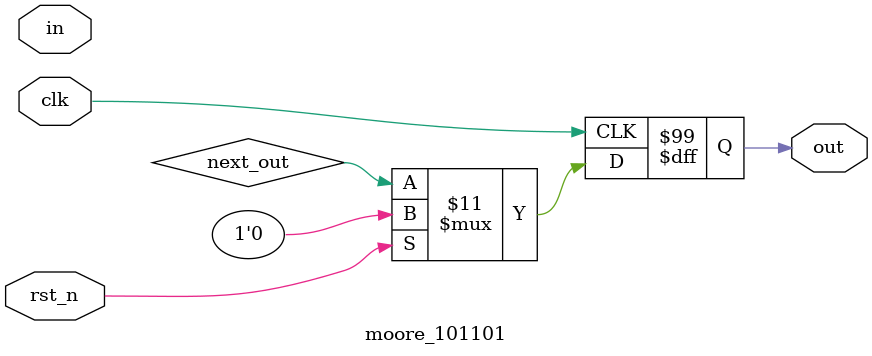
<source format=v>
/*-------------------------------------------------------------------------------------------------------------------
Design Name: Finite State Machine in a Moore model for 101101 which is overlapping
File name : moore_101101.v
-------------------------------------------------------------------------------------------------------------------*/
module moore_101101 ( 
    clk     , //clock
    rst_n   , //syn active low reset
    in      , //input
    out     , //output
);

//----------------------------------------- INPUT PORTS ------------------------------------------------------------//

input clk, rst_n, in;

//----------------------------------------- OUTPUT PORTS -----------------------------------------------------------//

output out;

//----------------------------------------- INPUT DATA TYPES -------------------------------------------------------//

//wire in;

//----------------------------------------- OUTPUT DATA TYPES ------------------------------------------------------//

reg out;

//----------------------------------------- INTERNAL CONSTANTS -----------------------------------------------------//

parameter size = 3;

parameter   s0 = 3'd0 ,
            s1 = 3'd1 ,
            s2 = 3'd2 ,
            s3 = 3'd3 ,
            s4 = 3'd4 ,
            s5 = 3'd5 ,
            s6 = 3'd6 ;

//----------------------------------------- INTERNAL VARIABLES -----------------------------------------------------//

reg     [size-1:0]     state;  // sequential part of the FSM
reg     [size-1:0]     next_state; //Combinational part of the FSM

//----------------------------------------- COMBINATIONAL LOGIC ----------------------------------------------------//

always @(*)
    begin
        next_state = 3'd0;
            case(state)
                s0:     begin
                            if(in == 1'd1)
                                begin
                                    next_state = s1;
                                end
                            else
                                begin
                                    next_state = s0;
                                end
                        end

                s1:     begin
                            if(in == 1'd0)
                                begin
                                    next_state = s2;
                                end
                            else
                                begin
                                    next_state = s1;
                                end
                        end

                s2:     begin
                            if(in == 1'd1)
                                begin
                                    next_state = s3;
                                end
                            else
                                begin
                                    next_state = s0;
                                end
                        end

                s3:     begin
                            if(in == 1'd1)
                                begin
                                    next_state = s4;
                                end
                            else
                                begin
                                    next_state = s2;
                                end
                        end

                s4:     begin
                            if(in == 1'd0)
                                begin
                                    next_state = s5;
                                end
                            else
                                begin
                                    next_state = s1;
                                end
                        end

                s5:     begin
                            if(in == 1'd1)
                                begin
						nxt_out = 1'd1;
                                    next_state = s6;
                                end
                            else
                                begin
                                    next_state = s0;
                                end
                        end

                s6:     begin
                            if(in == 1'd1)
                                begin
                                    next_state = s1;
                                end
                            else
                                begin
                                    next_state = s2;
                                end
                        end                        
            endcase
    end

//----------------------------------------- SEQUENTIAL LOGIC -------------------------------------------------------//

    always @( posedge clk )
        begin
            if(rst_n)
                begin
                    state <= s0;
			  out <= 1'd0;

                end
            else
                begin
                    state <= next_state;
                    out <= next_out;
                end
        end

/*//----------------------------------------- OUTPUT LOGIC -----------------------------------------------------------//

    always @(posedge clk)
        begin
            if(rst_n)
                begin
                    out <= 1'd0;
                end
            else
                begin
                    case(state)
                        s0:     begin
                                    out <= 1'd0;
                                end

                        s1:     begin
                                    out <= 1'd0;
                                end

                        s2:     begin
                                    out <= 1'd0;
                                end

                        s3:     begin
                                    out <= 1'd0;
                                end

                        s4:     begin
                                    out <= 1'd0;
                                end

                        s5:     begin
                                    out <= 1'd0;
                                end

                        s6:     begin
                                    out <= 1'd1;
                                end                        
                endcase
        end */

endmodule
</source>
